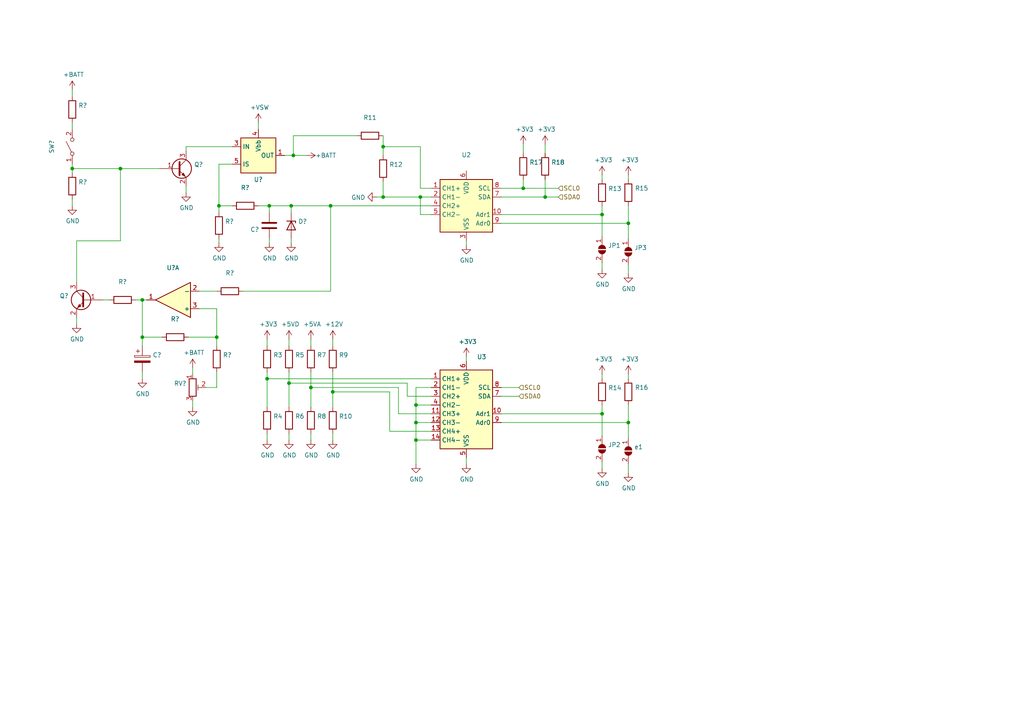
<source format=kicad_sch>
(kicad_sch (version 20211123) (generator eeschema)
  (paper "A4")
  (lib_symbols
    (symbol "Amplifier_Operational:MC33172" (pin_names (offset 0.127))
      (property "Reference" "U" (at 0 5.08 0))
      (property "Value" "MC33172" (at 0 -5.08 0))
      (symbol "MC33172_1_1"
        (polyline (pts (xy -5.08 5.08) (xy 5.08 0) (xy -5.08 -5.08) (xy -5.08 5.08)) (stroke (width 0.254)) (fill (type background)))
        (pin output line (at 7.62 0 180) (length 2.54) (name "~") (number "1"))
        (pin input line (at -7.62 -2.54 0) (length 2.54) (name "-") (number "2"))
        (pin input line (at -7.62 2.54 0) (length 2.54) (name "+") (number "3"))
      )
      (symbol "MC33172_2_1"
        (polyline (pts (xy -5.08 5.08) (xy 5.08 0) (xy -5.08 -5.08) (xy -5.08 5.08)) (stroke (width 0.254)) (fill (type background)))
        (pin input line (at -7.62 2.54 0) (length 2.54) (name "+") (number "5"))
        (pin input line (at -7.62 -2.54 0) (length 2.54) (name "-") (number "6"))
        (pin output line (at 7.62 0 180) (length 2.54) (name "~") (number "7"))
      )
      (symbol "MC33172_3_1"
        (pin power_in line (at -2.54 -7.62 90) (length 3.81) (name "V-") (number "4"))
        (pin power_in line (at -2.54 7.62 270) (length 3.81) (name "V+") (number "8"))
      )
    )
    (symbol "Analog_ADC:MCP3427-xUN"
      (property "Reference" "U" (at -3.81 8.89 0))
      (property "Value" "MCP3427-xUN" (at 2.54 8.89 0))
      (symbol "MCP3427-xUN_0_1"
        (rectangle (start -7.62 7.62) (end 7.62 -7.62) (stroke (width 0.254)) (fill (type background)))
      )
      (symbol "MCP3427-xUN_1_1"
        (pin input line (at -10.16 5.08 0) (length 2.54) (name "CH1+") (number "1"))
        (pin input line (at 10.16 -2.54 180) (length 2.54) (name "Adr1") (number "10"))
        (pin input line (at -10.16 2.54 0) (length 2.54) (name "CH1-") (number "2"))
        (pin power_in line (at 0 -10.16 90) (length 2.54) (name "VSS") (number "3"))
        (pin input line (at -10.16 0 0) (length 2.54) (name "CH2+") (number "4"))
        (pin input line (at -10.16 -2.54 0) (length 2.54) (name "CH2-") (number "5"))
        (pin power_in line (at 0 10.16 270) (length 2.54) (name "VDD") (number "6"))
        (pin bidirectional line (at 10.16 2.54 180) (length 2.54) (name "SDA") (number "7"))
        (pin input line (at 10.16 5.08 180) (length 2.54) (name "SCL") (number "8"))
        (pin input line (at 10.16 -5.08 180) (length 2.54) (name "Adr0") (number "9"))
      )
    )
    (symbol "Analog_ADC:MCP3428"
      (property "Reference" "U" (at -3.81 11.43 0))
      (property "Value" "MCP3428" (at 2.54 11.43 0))
      (symbol "MCP3428_0_1"
        (rectangle (start -7.62 10.16) (end 7.62 -12.7) (stroke (width 0.254)) (fill (type background)))
      )
      (symbol "MCP3428_1_1"
        (pin input line (at -10.16 7.62 0) (length 2.54) (name "CH1+") (number "1"))
        (pin input line (at 10.16 -2.54 180) (length 2.54) (name "Adr1") (number "10"))
        (pin input line (at -10.16 -2.54 0) (length 2.54) (name "CH3+") (number "11"))
        (pin input line (at -10.16 -5.08 0) (length 2.54) (name "CH3-") (number "12"))
        (pin input line (at -10.16 -7.62 0) (length 2.54) (name "CH4+") (number "13"))
        (pin input line (at -10.16 -10.16 0) (length 2.54) (name "CH4-") (number "14"))
        (pin input line (at -10.16 5.08 0) (length 2.54) (name "CH1-") (number "2"))
        (pin input line (at -10.16 2.54 0) (length 2.54) (name "CH2+") (number "3"))
        (pin input line (at -10.16 0 0) (length 2.54) (name "CH2-") (number "4"))
        (pin power_in line (at 0 -15.24 90) (length 2.54) (name "VSS") (number "5"))
        (pin power_in line (at 0 12.7 270) (length 2.54) (name "VDD") (number "6"))
        (pin bidirectional line (at 10.16 2.54 180) (length 2.54) (name "SDA") (number "7"))
        (pin input line (at 10.16 5.08 180) (length 2.54) (name "SCL") (number "8"))
        (pin input line (at 10.16 -5.08 180) (length 2.54) (name "Adr0") (number "9"))
      )
    )
    (symbol "Device:C" (pin_numbers hide) (pin_names (offset 0.254))
      (property "Reference" "C" (at 0.635 2.54 0))
      (property "Value" "C" (at 0.635 -2.54 0))
      (symbol "C_0_1"
        (polyline (pts (xy -2.032 -0.762) (xy 2.032 -0.762)) (stroke (width 0.508)))
        (polyline (pts (xy -2.032 0.762) (xy 2.032 0.762)) (stroke (width 0.508)))
      )
      (symbol "C_1_1"
        (pin passive line (at 0 3.81 270) (length 2.794) (name "~") (number "1"))
        (pin passive line (at 0 -3.81 90) (length 2.794) (name "~") (number "2"))
      )
    )
    (symbol "Device:C_Polarized" (pin_numbers hide) (pin_names (offset 0.254))
      (property "Reference" "C" (at 0.635 2.54 0))
      (property "Value" "C_Polarized" (at 0.635 -2.54 0))
      (symbol "C_Polarized_0_1"
        (rectangle (start -2.286 0.508) (end 2.286 1.016))
        (polyline (pts (xy -1.778 2.286) (xy -0.762 2.286)))
        (polyline (pts (xy -1.27 2.794) (xy -1.27 1.778)))
        (rectangle (start 2.286 -0.508) (end -2.286 -1.016) (fill (type outline)))
      )
      (symbol "C_Polarized_1_1"
        (pin passive line (at 0 3.81 270) (length 2.794) (name "~") (number "1"))
        (pin passive line (at 0 -3.81 90) (length 2.794) (name "~") (number "2"))
      )
    )
    (symbol "Device:D_Zener" (pin_numbers hide) (pin_names (offset 1.016) hide)
      (property "Reference" "D" (at 0 2.54 0))
      (property "Value" "D_Zener" (at 0 -2.54 0))
      (symbol "D_Zener_0_1"
        (polyline (pts (xy 1.27 0) (xy -1.27 0)))
        (polyline (pts (xy -1.27 -1.27) (xy -1.27 1.27) (xy -0.762 1.27)) (stroke (width 0.254)))
        (polyline (pts (xy 1.27 -1.27) (xy 1.27 1.27) (xy -1.27 0) (xy 1.27 -1.27)) (stroke (width 0.254)))
      )
      (symbol "D_Zener_1_1"
        (pin passive line (at -3.81 0 0) (length 2.54) (name "K") (number "1"))
        (pin passive line (at 3.81 0 180) (length 2.54) (name "A") (number "2"))
      )
    )
    (symbol "Device:R" (pin_numbers hide) (pin_names (offset 0))
      (property "Reference" "R" (at 2.032 0 90))
      (property "Value" "R" (at 0 0 90))
      (symbol "R_0_1"
        (rectangle (start -1.016 -2.54) (end 1.016 2.54) (stroke (width 0.254)))
      )
      (symbol "R_1_1"
        (pin passive line (at 0 3.81 270) (length 1.27) (name "~") (number "1"))
        (pin passive line (at 0 -3.81 90) (length 1.27) (name "~") (number "2"))
      )
    )
    (symbol "Device:R_Potentiometer_Trim" (pin_names (offset 1.016) hide)
      (property "Reference" "RV" (at -4.445 0 90))
      (property "Value" "R_Potentiometer_Trim" (at -2.54 0 90))
      (symbol "R_Potentiometer_Trim_0_1"
        (polyline (pts (xy 1.524 0.762) (xy 1.524 -0.762)))
        (polyline (pts (xy 2.54 0) (xy 1.524 0)))
        (rectangle (start 1.016 2.54) (end -1.016 -2.54) (stroke (width 0.254)))
      )
      (symbol "R_Potentiometer_Trim_1_1"
        (pin passive line (at 0 3.81 270) (length 1.27) (name "1") (number "1"))
        (pin passive line (at 3.81 0 180) (length 1.27) (name "2") (number "2"))
        (pin passive line (at 0 -3.81 90) (length 1.27) (name "3") (number "3"))
      )
    )
    (symbol "Jumper:SolderJumper_2_Open" (pin_names (offset 0) hide)
      (property "Reference" "JP" (at 0 2.032 0))
      (property "Value" "SolderJumper_2_Open" (at 0 -2.54 0))
      (symbol "SolderJumper_2_Open_0_1"
        (arc (start -0.254 1.016) (mid -1.27 0) (end -0.254 -1.016))
        (arc (start -0.254 1.016) (mid -1.27 0) (end -0.254 -1.016) (fill (type outline)))
        (polyline (pts (xy -0.254 1.016) (xy -0.254 -1.016)))
        (polyline (pts (xy 0.254 1.016) (xy 0.254 -1.016)))
        (arc (start 0.254 -1.016) (mid 1.27 0) (end 0.254 1.016))
        (arc (start 0.254 -1.016) (mid 1.27 0) (end 0.254 1.016) (fill (type outline)))
      )
      (symbol "SolderJumper_2_Open_1_1"
        (pin passive line (at -3.81 0 0) (length 2.54) (name "A") (number "1"))
        (pin passive line (at 3.81 0 180) (length 2.54) (name "B") (number "2"))
      )
    )
    (symbol "Power_Management:BTS50055-1TMA"
      (property "Reference" "U" (at -5.08 6.35 0))
      (property "Value" "BTS50055-1TMA" (at 8.89 6.35 0))
      (symbol "BTS50055-1TMA_0_1"
        (rectangle (start -5.08 5.08) (end 5.08 -5.08) (stroke (width 0.254)) (fill (type background)))
      )
      (symbol "BTS50055-1TMA_1_1"
        (pin power_out line (at 7.62 0 180) (length 2.54) (name "OUT") (number "1"))
        (pin passive line (at 7.62 0 180) (length 2.54) hide (name "OUT") (number "2"))
        (pin input line (at -7.62 2.54 0) (length 2.54) (name "IN") (number "3"))
        (pin power_in line (at 0 7.62 270) (length 2.54) (name "Vbb") (number "4"))
        (pin output line (at -7.62 -2.54 0) (length 2.54) (name "IS") (number "5"))
        (pin passive line (at 7.62 0 180) (length 2.54) hide (name "OUT") (number "6"))
        (pin passive line (at 7.62 0 180) (length 2.54) hide (name "OUT") (number "7"))
      )
    )
    (symbol "Switch:SW_SPST" (pin_names (offset 0) hide)
      (property "Reference" "SW" (at 0 3.175 0))
      (property "Value" "SW_SPST" (at 0 -2.54 0))
      (symbol "SW_SPST_0_0"
        (circle (center -2.032 0) (radius 0.508))
        (polyline (pts (xy -1.524 0.254) (xy 1.524 1.778)))
        (circle (center 2.032 0) (radius 0.508))
      )
      (symbol "SW_SPST_1_1"
        (pin passive line (at -5.08 0 0) (length 2.54) (name "A") (number "1"))
        (pin passive line (at 5.08 0 180) (length 2.54) (name "B") (number "2"))
      )
    )
    (symbol "Transistor_BJT:BC847" (pin_names (offset 0) hide)
      (property "Reference" "Q" (at 5.08 1.905 0))
      (property "Value" "BC847" (at 5.08 0 0))
      (symbol "BC847_0_1"
        (polyline (pts (xy 0.635 0.635) (xy 2.54 2.54)))
        (polyline (pts (xy 0.635 -0.635) (xy 2.54 -2.54) (xy 2.54 -2.54)))
        (polyline (pts (xy 0.635 1.905) (xy 0.635 -1.905) (xy 0.635 -1.905)) (stroke (width 0.508)))
        (polyline (pts (xy 1.27 -1.778) (xy 1.778 -1.27) (xy 2.286 -2.286) (xy 1.27 -1.778) (xy 1.27 -1.778)) (fill (type outline)))
        (circle (center 1.27 0) (radius 2.8194) (stroke (width 0.254)))
      )
      (symbol "BC847_1_1"
        (pin input line (at -5.08 0 0) (length 5.715) (name "B") (number "1"))
        (pin passive line (at 2.54 -5.08 90) (length 2.54) (name "E") (number "2"))
        (pin passive line (at 2.54 5.08 270) (length 2.54) (name "C") (number "3"))
      )
    )
    (symbol "power:+12V" (power) (pin_names (offset 0))
      (property "Value" "+12V" (at 0 3.556 0))
      (symbol "+12V_0_1"
        (polyline (pts (xy -0.762 1.27) (xy 0 2.54)))
        (polyline (pts (xy 0 0) (xy 0 2.54)))
        (polyline (pts (xy 0 2.54) (xy 0.762 1.27)))
      )
      (symbol "+12V_1_1"
        (pin power_in line (at 0 0 90) (length 0) hide (name "+12V") (number "1"))
      )
    )
    (symbol "power:+3.3V" (power) (pin_names (offset 0))
      (property "Value" "+3.3V" (at 0 3.556 0))
      (symbol "+3.3V_0_1"
        (polyline (pts (xy -0.762 1.27) (xy 0 2.54)))
        (polyline (pts (xy 0 0) (xy 0 2.54)))
        (polyline (pts (xy 0 2.54) (xy 0.762 1.27)))
      )
      (symbol "+3.3V_1_1"
        (pin power_in line (at 0 0 90) (length 0) hide (name "+3V3") (number "1"))
      )
    )
    (symbol "power:+5VA" (power) (pin_names (offset 0))
      (property "Value" "+5VA" (at 0 3.556 0))
      (symbol "+5VA_0_1"
        (polyline (pts (xy -0.762 1.27) (xy 0 2.54)))
        (polyline (pts (xy 0 0) (xy 0 2.54)))
        (polyline (pts (xy 0 2.54) (xy 0.762 1.27)))
      )
      (symbol "+5VA_1_1"
        (pin power_in line (at 0 0 90) (length 0) hide (name "+5VA") (number "1"))
      )
    )
    (symbol "power:+5VD" (power) (pin_names (offset 0))
      (property "Value" "+5VD" (at 0 3.556 0))
      (symbol "+5VD_0_1"
        (polyline (pts (xy -0.762 1.27) (xy 0 2.54)))
        (polyline (pts (xy 0 0) (xy 0 2.54)))
        (polyline (pts (xy 0 2.54) (xy 0.762 1.27)))
      )
      (symbol "+5VD_1_1"
        (pin power_in line (at 0 0 90) (length 0) hide (name "+5VD") (number "1"))
      )
    )
    (symbol "power:+BATT" (power) (pin_names (offset 0))
      (property "Value" "+BATT" (at 0 3.556 0))
      (symbol "+BATT_0_1"
        (polyline (pts (xy -0.762 1.27) (xy 0 2.54)))
        (polyline (pts (xy 0 0) (xy 0 2.54)))
        (polyline (pts (xy 0 2.54) (xy 0.762 1.27)))
      )
      (symbol "+BATT_1_1"
        (pin power_in line (at 0 0 90) (length 0) hide (name "+BATT") (number "1"))
      )
    )
    (symbol "power:+VSW" (power) (pin_names (offset 0))
      (property "Value" "+VSW" (at 0 3.556 0))
      (symbol "+VSW_0_1"
        (polyline (pts (xy -0.762 1.27) (xy 0 2.54)))
        (polyline (pts (xy 0 0) (xy 0 2.54)))
        (polyline (pts (xy 0 2.54) (xy 0.762 1.27)))
      )
      (symbol "+VSW_1_1"
        (pin power_in line (at 0 0 90) (length 0) hide (name "+VSW") (number "1"))
      )
    )
    (symbol "power:GND" (power) (pin_names (offset 0))
      (property "Value" "GND" (at 0 -3.81 0))
      (symbol "GND_0_1"
        (polyline (pts (xy 0 0) (xy 0 -1.27) (xy 1.27 -1.27) (xy 0 -2.54) (xy -1.27 -1.27) (xy 0 -1.27)))
      )
      (symbol "GND_1_1"
        (pin power_in line (at 0 0 270) (length 0) hide (name "GND") (number "1"))
      )
    )
  )
  (junction (at 182.245 64.77))
  (junction (at 62.865 97.79))
  (junction (at 151.765 54.61))
  (junction (at 111.125 57.15))
  (junction (at 63.5 59.69))
  (junction (at 90.17 112.395))
  (junction (at 77.47 109.855))
  (junction (at 111.125 42.545))
  (junction (at 174.625 120.015))
  (junction (at 78.105 59.69))
  (junction (at 174.625 62.23))
  (junction (at 34.925 48.895))
  (junction (at 120.65 127.635))
  (junction (at 83.82 111.125))
  (junction (at 85.09 45.085))
  (junction (at 41.275 97.79))
  (junction (at 182.245 122.555))
  (junction (at 120.65 122.555))
  (junction (at 158.115 57.15))
  (junction (at 41.275 86.995))
  (junction (at 120.65 117.475))
  (junction (at 121.92 57.15))
  (junction (at 96.52 113.665))
  (junction (at 95.885 59.69))
  (junction (at 84.455 59.69))
  (junction (at 20.955 48.895))
  (wire (pts (xy 83.82 111.125) (xy 83.82 107.95)))
  (wire (pts (xy 158.115 57.15) (xy 158.115 52.07)))
  (wire (pts (xy 59.69 112.395) (xy 62.865 112.395)))
  (wire (pts (xy 78.105 61.595) (xy 78.105 59.69)))
  (wire (pts (xy 145.415 62.23) (xy 174.625 62.23)))
  (wire (pts (xy 74.93 59.69) (xy 78.105 59.69)))
  (wire (pts (xy 34.925 69.85) (xy 34.925 48.895)))
  (wire (pts (xy 111.125 42.545) (xy 121.92 42.545)))
  (wire (pts (xy 85.09 45.085) (xy 85.09 39.37)))
  (wire (pts (xy 90.17 112.395) (xy 90.17 118.11)))
  (wire (pts (xy 20.955 57.785) (xy 20.955 59.69)))
  (wire (pts (xy 63.5 69.215) (xy 63.5 70.485)))
  (wire (pts (xy 84.455 69.215) (xy 84.455 70.485)))
  (wire (pts (xy 41.275 97.79) (xy 41.275 86.995)))
  (wire (pts (xy 63.5 47.625) (xy 63.5 59.69)))
  (wire (pts (xy 90.17 125.73) (xy 90.17 127.635)))
  (wire (pts (xy 174.625 120.015) (xy 174.625 126.365)))
  (wire (pts (xy 151.765 44.45) (xy 151.765 41.91)))
  (wire (pts (xy 90.17 98.425) (xy 90.17 100.33)))
  (wire (pts (xy 96.52 98.425) (xy 96.52 100.33)))
  (wire (pts (xy 182.245 122.555) (xy 182.245 127)))
  (wire (pts (xy 145.415 57.15) (xy 158.115 57.15)))
  (wire (pts (xy 145.415 122.555) (xy 182.245 122.555)))
  (wire (pts (xy 182.245 109.855) (xy 182.245 108.585)))
  (wire (pts (xy 67.31 47.625) (xy 63.5 47.625)))
  (wire (pts (xy 174.625 109.855) (xy 174.625 108.585)))
  (wire (pts (xy 135.255 103.505) (xy 135.255 104.775)))
  (wire (pts (xy 77.47 109.855) (xy 77.47 118.11)))
  (wire (pts (xy 53.975 53.975) (xy 53.975 55.88)))
  (wire (pts (xy 125.095 122.555) (xy 120.65 122.555)))
  (wire (pts (xy 174.625 62.23) (xy 174.625 68.58)))
  (wire (pts (xy 125.095 120.015) (xy 115.57 120.015)))
  (wire (pts (xy 113.03 125.095) (xy 113.03 113.665)))
  (wire (pts (xy 174.625 59.69) (xy 174.625 62.23)))
  (wire (pts (xy 121.92 57.15) (xy 125.095 57.15)))
  (wire (pts (xy 57.785 89.535) (xy 62.865 89.535)))
  (wire (pts (xy 120.65 122.555) (xy 120.65 127.635)))
  (wire (pts (xy 55.88 116.205) (xy 55.88 118.11)))
  (wire (pts (xy 158.115 44.45) (xy 158.115 41.91)))
  (wire (pts (xy 115.57 120.015) (xy 115.57 112.395)))
  (wire (pts (xy 182.245 76.835) (xy 182.245 79.375)))
  (wire (pts (xy 182.245 117.475) (xy 182.245 122.555)))
  (wire (pts (xy 53.975 42.545) (xy 67.31 42.545)))
  (wire (pts (xy 29.845 86.995) (xy 31.75 86.995)))
  (wire (pts (xy 83.82 98.425) (xy 83.82 100.33)))
  (wire (pts (xy 41.275 97.79) (xy 41.275 100.33)))
  (wire (pts (xy 145.415 114.935) (xy 150.495 114.935)))
  (wire (pts (xy 118.11 114.935) (xy 118.11 111.125)))
  (wire (pts (xy 182.245 52.07) (xy 182.245 50.8)))
  (wire (pts (xy 41.275 86.995) (xy 42.545 86.995)))
  (wire (pts (xy 158.115 57.15) (xy 161.925 57.15)))
  (wire (pts (xy 39.37 86.995) (xy 41.275 86.995)))
  (wire (pts (xy 83.82 111.125) (xy 83.82 118.11)))
  (wire (pts (xy 20.955 47.625) (xy 20.955 48.895)))
  (wire (pts (xy 82.55 45.085) (xy 85.09 45.085)))
  (wire (pts (xy 121.92 62.23) (xy 121.92 57.15)))
  (wire (pts (xy 125.095 109.855) (xy 77.47 109.855)))
  (wire (pts (xy 125.095 125.095) (xy 113.03 125.095)))
  (wire (pts (xy 121.92 54.61) (xy 125.095 54.61)))
  (wire (pts (xy 111.125 52.705) (xy 111.125 57.15)))
  (wire (pts (xy 125.095 117.475) (xy 120.65 117.475)))
  (wire (pts (xy 63.5 59.69) (xy 63.5 61.595)))
  (wire (pts (xy 182.245 59.69) (xy 182.245 64.77)))
  (wire (pts (xy 182.245 64.77) (xy 182.245 69.215)))
  (wire (pts (xy 22.225 92.075) (xy 22.225 93.98)))
  (wire (pts (xy 20.955 48.895) (xy 20.955 50.165)))
  (wire (pts (xy 34.925 48.895) (xy 46.355 48.895)))
  (wire (pts (xy 22.225 69.85) (xy 34.925 69.85)))
  (wire (pts (xy 83.82 125.73) (xy 83.82 127.635)))
  (wire (pts (xy 77.47 109.855) (xy 77.47 107.95)))
  (wire (pts (xy 90.17 112.395) (xy 90.17 107.95)))
  (wire (pts (xy 174.625 52.07) (xy 174.625 50.8)))
  (wire (pts (xy 121.92 42.545) (xy 121.92 54.61)))
  (wire (pts (xy 85.09 39.37) (xy 103.505 39.37)))
  (wire (pts (xy 77.47 125.73) (xy 77.47 127.635)))
  (wire (pts (xy 182.245 134.62) (xy 182.245 137.16)))
  (wire (pts (xy 145.415 54.61) (xy 151.765 54.61)))
  (wire (pts (xy 77.47 98.425) (xy 77.47 100.33)))
  (wire (pts (xy 78.105 59.69) (xy 84.455 59.69)))
  (wire (pts (xy 174.625 133.985) (xy 174.625 135.89)))
  (wire (pts (xy 95.885 84.455) (xy 95.885 59.69)))
  (wire (pts (xy 20.955 48.895) (xy 34.925 48.895)))
  (wire (pts (xy 111.125 39.37) (xy 111.125 42.545)))
  (wire (pts (xy 54.61 97.79) (xy 62.865 97.79)))
  (wire (pts (xy 20.955 26.035) (xy 20.955 27.94)))
  (wire (pts (xy 125.095 114.935) (xy 118.11 114.935)))
  (wire (pts (xy 113.03 113.665) (xy 96.52 113.665)))
  (wire (pts (xy 53.975 42.545) (xy 53.975 43.815)))
  (wire (pts (xy 174.625 117.475) (xy 174.625 120.015)))
  (wire (pts (xy 145.415 120.015) (xy 174.625 120.015)))
  (wire (pts (xy 125.095 127.635) (xy 120.65 127.635)))
  (wire (pts (xy 62.865 107.95) (xy 62.865 112.395)))
  (wire (pts (xy 111.125 42.545) (xy 111.125 45.085)))
  (wire (pts (xy 84.455 59.69) (xy 95.885 59.69)))
  (wire (pts (xy 70.485 84.455) (xy 95.885 84.455)))
  (wire (pts (xy 57.785 84.455) (xy 62.865 84.455)))
  (wire (pts (xy 145.415 112.395) (xy 150.495 112.395)))
  (wire (pts (xy 145.415 64.77) (xy 182.245 64.77)))
  (wire (pts (xy 118.11 111.125) (xy 83.82 111.125)))
  (wire (pts (xy 96.52 113.665) (xy 96.52 118.11)))
  (wire (pts (xy 96.52 125.73) (xy 96.52 127.635)))
  (wire (pts (xy 135.255 69.85) (xy 135.255 71.12)))
  (wire (pts (xy 41.275 107.95) (xy 41.275 109.855)))
  (wire (pts (xy 55.88 106.68) (xy 55.88 108.585)))
  (wire (pts (xy 85.09 45.085) (xy 88.9 45.085)))
  (wire (pts (xy 111.125 57.15) (xy 121.92 57.15)))
  (wire (pts (xy 151.765 54.61) (xy 151.765 52.07)))
  (wire (pts (xy 174.625 76.2) (xy 174.625 78.105)))
  (wire (pts (xy 120.65 117.475) (xy 120.65 122.555)))
  (wire (pts (xy 78.105 69.215) (xy 78.105 70.485)))
  (wire (pts (xy 62.865 89.535) (xy 62.865 97.79)))
  (wire (pts (xy 84.455 59.69) (xy 84.455 61.595)))
  (wire (pts (xy 125.095 62.23) (xy 121.92 62.23)))
  (wire (pts (xy 74.93 35.56) (xy 74.93 37.465)))
  (wire (pts (xy 120.65 112.395) (xy 120.65 117.475)))
  (wire (pts (xy 63.5 59.69) (xy 67.31 59.69)))
  (wire (pts (xy 120.65 127.635) (xy 120.65 134.62)))
  (wire (pts (xy 62.865 97.79) (xy 62.865 100.33)))
  (wire (pts (xy 46.99 97.79) (xy 41.275 97.79)))
  (wire (pts (xy 151.765 54.61) (xy 161.925 54.61)))
  (wire (pts (xy 115.57 112.395) (xy 90.17 112.395)))
  (wire (pts (xy 135.255 132.715) (xy 135.255 134.62)))
  (wire (pts (xy 95.885 59.69) (xy 125.095 59.69)))
  (wire (pts (xy 125.095 112.395) (xy 120.65 112.395)))
  (wire (pts (xy 20.955 35.56) (xy 20.955 37.465)))
  (wire (pts (xy 22.225 81.915) (xy 22.225 69.85)))
  (wire (pts (xy 111.125 57.15) (xy 109.22 57.15)))
  (wire (pts (xy 96.52 113.665) (xy 96.52 107.95)))
  (hierarchical_label "SDA0" (shape input) (at 161.925 57.15 0))
  (hierarchical_label "SCL0" (shape input) (at 150.495 112.395 0))
  (hierarchical_label "SCL0" (shape input) (at 161.925 54.61 0))
  (hierarchical_label "SDA0" (shape input) (at 150.495 114.935 0))
  (symbol (lib_id "Device:R") (at 151.765 48.26 0) (unit 1)
    (property "Reference" "R17" (at 153.543 47.0916 0) (effects (justify left)))
  )
  (symbol (lib_id "Device:R") (at 158.115 48.26 0) (unit 1)
    (property "Reference" "R18" (at 159.893 47.0916 0) (effects (justify left)))
  )
  (symbol (lib_id "power:+3.3V") (at 151.765 41.91 0) (unit 1)
    (property "Reference" "#PWR0220" (effects hide))
  )
  (symbol (lib_id "power:+3.3V") (at 158.115 41.91 0) (unit 1)
    (property "Reference" "#PWR0221" (effects hide))
  )
  (symbol (lib_id "power:+BATT") (at 88.9 45.085 270) (unit 1)
    (property "Reference" "#PWR?" (effects hide))
  )
  (symbol (lib_id "Switch:SW_SPST") (at 20.955 42.545 90) (unit 1)
    (property "Reference" "SW?" (at 14.986 42.545 0))
  )
  (symbol (lib_id "Power_Management:BTS50055-1TMA") (at 74.93 45.085 0) (unit 1)
    (property "Reference" "U?" (at 74.93 52.07 0))
    (property "Datasheet" "http://www.infineon.com/dgdl/Infineon-BTS50055-1TMA-DS-v01_00-EN.pdf?fileId=5546d4625a888733015aa9b00de935ed" (effects hide))
  )
  (symbol (lib_id "power:+VSW") (at 74.93 35.56 0) (unit 1)
    (property "Reference" "#PWR?" (effects hide))
  )
  (symbol (lib_id "power:GND") (at 20.955 59.69 0) (unit 1)
    (property "Reference" "#PWR?" (effects hide))
  )
  (symbol (lib_id "Device:R") (at 63.5 65.405 0) (unit 1)
    (property "Reference" "R?" (at 65.278 64.2366 0) (effects (justify left)))
  )
  (symbol (lib_id "Device:R") (at 71.12 59.69 270) (unit 1)
    (property "Reference" "R?" (at 71.12 54.4322 90))
  )
  (symbol (lib_id "Device:D_Zener") (at 84.455 65.405 270) (unit 1)
    (property "Reference" "D?" (at 86.487 64.2366 90) (effects (justify left)))
  )
  (symbol (lib_id "Device:C") (at 78.105 65.405 180) (unit 1)
    (property "Reference" "C?" (at 75.184 66.5734 0) (effects (justify left)))
  )
  (symbol (lib_id "power:GND") (at 63.5 70.485 0) (unit 1)
    (property "Reference" "#PWR?" (effects hide))
  )
  (symbol (lib_id "power:GND") (at 78.105 70.485 0) (unit 1)
    (property "Reference" "#PWR?" (effects hide))
  )
  (symbol (lib_id "power:GND") (at 84.455 70.485 0) (unit 1)
    (property "Reference" "#PWR?" (effects hide))
  )
  (symbol (lib_id "Analog_ADC:MCP3428") (at 135.255 117.475 0) (unit 1)
    (property "Reference" "U3" (at 139.7 103.505 0))
    (property "Datasheet" "http://ww1.microchip.com/downloads/en/DeviceDoc/22226a.pdf" (effects hide))
  )
  (symbol (lib_id "Device:R") (at 182.245 113.665 0) (unit 1)
    (property "Reference" "R16" (at 184.15 112.395 0) (effects (justify left)))
  )
  (symbol (lib_id "Device:R") (at 174.625 113.665 0) (unit 1)
    (property "Reference" "R14" (at 176.403 112.4966 0) (effects (justify left)))
  )
  (symbol (lib_id "power:+3.3V") (at 135.255 103.505 0) (unit 1)
    (property "Reference" "#PWR0199" (effects hide))
  )
  (symbol (lib_id "power:GND") (at 135.255 134.62 0) (unit 1)
    (property "Reference" "#PWR0200" (effects hide))
  )
  (symbol (lib_id "power:+3.3V") (at 174.625 108.585 0) (unit 1)
    (property "Reference" "#PWR0201" (effects hide))
  )
  (symbol (lib_id "power:+3.3V") (at 182.245 108.585 0) (unit 1)
    (property "Reference" "#PWR0202" (effects hide))
  )
  (symbol (lib_id "power:GND") (at 182.245 137.16 0) (unit 1)
    (property "Reference" "#PWR0203" (effects hide))
  )
  (symbol (lib_id "power:GND") (at 174.625 135.89 0) (unit 1)
    (property "Reference" "#PWR0204" (effects hide))
  )
  (symbol (lib_id "power:GND") (at 120.65 134.62 0) (unit 1)
    (property "Reference" "#PWR0205" (effects hide))
  )
  (symbol (lib_id "Device:R") (at 96.52 104.14 0) (unit 1)
    (property "Reference" "R9" (at 98.298 102.9716 0) (effects (justify left)))
  )
  (symbol (lib_id "Device:R") (at 96.52 121.92 0) (unit 1)
    (property "Reference" "R10" (at 98.298 120.7516 0) (effects (justify left)))
  )
  (symbol (lib_id "Device:R") (at 90.17 104.14 0) (unit 1)
    (property "Reference" "R7" (at 91.948 102.9716 0) (effects (justify left)))
  )
  (symbol (lib_id "Device:R") (at 90.17 121.92 0) (unit 1)
    (property "Reference" "R8" (at 91.948 120.7516 0) (effects (justify left)))
  )
  (symbol (lib_id "Device:R") (at 83.82 104.14 0) (unit 1)
    (property "Reference" "R5" (at 85.598 102.9716 0) (effects (justify left)))
  )
  (symbol (lib_id "Device:R") (at 83.82 121.92 0) (unit 1)
    (property "Reference" "R6" (at 85.598 120.7516 0) (effects (justify left)))
  )
  (symbol (lib_id "Device:R") (at 77.47 104.14 0) (unit 1)
    (property "Reference" "R3" (at 79.248 102.9716 0) (effects (justify left)))
  )
  (symbol (lib_id "Device:R") (at 77.47 121.92 0) (unit 1)
    (property "Reference" "R4" (at 79.248 120.7516 0) (effects (justify left)))
  )
  (symbol (lib_id "Analog_ADC:MCP3427-xUN") (at 135.255 59.69 0) (unit 1)
    (property "Reference" "U2" (at 135.255 44.9326 0))
    (property "Datasheet" "http://ww1.microchip.com/downloads/en/DeviceDoc/22226a.pdf" (effects hide))
  )
  (symbol (lib_id "Device:R") (at 111.125 48.895 0) (unit 1)
    (property "Reference" "R12" (at 112.903 47.7266 0) (effects (justify left)))
  )
  (symbol (lib_id "Device:R") (at 107.315 39.37 270) (unit 1)
    (property "Reference" "R11" (at 107.315 34.1122 90))
  )
  (symbol (lib_id "power:GND") (at 109.22 57.15 270) (unit 1)
    (property "Reference" "#PWR0206" (effects hide))
  )
  (symbol (lib_id "power:GND") (at 135.255 71.12 0) (unit 1)
    (property "Reference" "#PWR0207" (effects hide))
  )
  (symbol (lib_id "Jumper:SolderJumper_2_Open") (at 182.245 130.81 270) (unit 1)
    (property "Reference" "e1" (at 183.9722 129.6416 90) (effects (justify left)))
  )
  (symbol (lib_id "Jumper:SolderJumper_2_Open") (at 174.625 130.175 270) (unit 1)
    (property "Reference" "JP2" (at 176.3522 129.0066 90) (effects (justify left)))
  )
  (symbol (lib_id "Device:R") (at 182.245 55.88 0) (unit 1)
    (property "Reference" "R15" (at 184.15 54.61 0) (effects (justify left)))
  )
  (symbol (lib_id "Device:R") (at 174.625 55.88 0) (unit 1)
    (property "Reference" "R13" (at 176.403 54.7116 0) (effects (justify left)))
  )
  (symbol (lib_id "power:+3.3V") (at 174.625 50.8 0) (unit 1)
    (property "Reference" "#PWR0208" (effects hide))
  )
  (symbol (lib_id "power:+3.3V") (at 182.245 50.8 0) (unit 1)
    (property "Reference" "#PWR0209" (effects hide))
  )
  (symbol (lib_id "power:GND") (at 182.245 79.375 0) (unit 1)
    (property "Reference" "#PWR0210" (effects hide))
  )
  (symbol (lib_id "power:GND") (at 174.625 78.105 0) (unit 1)
    (property "Reference" "#PWR0211" (effects hide))
  )
  (symbol (lib_id "Jumper:SolderJumper_2_Open") (at 182.245 73.025 270) (unit 1)
    (property "Reference" "JP3" (at 183.9722 71.8566 90) (effects (justify left)))
  )
  (symbol (lib_id "Jumper:SolderJumper_2_Open") (at 174.625 72.39 270) (unit 1)
    (property "Reference" "JP1" (at 176.3522 71.2216 90) (effects (justify left)))
  )
  (symbol (lib_id "power:GND") (at 77.47 127.635 0) (unit 1)
    (property "Reference" "#PWR0212" (effects hide))
  )
  (symbol (lib_id "power:GND") (at 83.82 127.635 0) (unit 1)
    (property "Reference" "#PWR0213" (effects hide))
  )
  (symbol (lib_id "power:GND") (at 90.17 127.635 0) (unit 1)
    (property "Reference" "#PWR0214" (effects hide))
  )
  (symbol (lib_id "power:GND") (at 96.52 127.635 0) (unit 1)
    (property "Reference" "#PWR0215" (effects hide))
  )
  (symbol (lib_id "power:+3.3V") (at 77.47 98.425 0) (unit 1)
    (property "Reference" "#PWR0216" (effects hide))
  )
  (symbol (lib_id "power:+5VD") (at 83.82 98.425 0) (unit 1)
    (property "Reference" "#PWR0217" (effects hide))
  )
  (symbol (lib_id "power:+5VA") (at 90.17 98.425 0) (unit 1)
    (property "Reference" "#PWR0218" (effects hide))
  )
  (symbol (lib_id "power:+12V") (at 96.52 98.425 0) (unit 1)
    (property "Reference" "#PWR0219" (effects hide))
  )
  (symbol (lib_id "Transistor_BJT:BC847") (at 51.435 48.895 0) (unit 1)
    (property "Reference" "Q?" (at 56.2864 47.7266 0) (effects (justify left)))
    (property "Datasheet" "http://www.infineon.com/dgdl/Infineon-BC847SERIES_BC848SERIES_BC849SERIES_BC850SERIES-DS-v01_01-en.pdf?fileId=db3a304314dca389011541d4630a1657" (effects hide))
  )
  (symbol (lib_id "Device:R") (at 20.955 31.75 0) (unit 1)
    (property "Reference" "R?" (at 22.733 30.5816 0) (effects (justify left)))
  )
  (symbol (lib_id "Device:R") (at 20.955 53.975 0) (unit 1)
    (property "Reference" "R?" (at 22.733 52.8066 0) (effects (justify left)))
  )
  (symbol (lib_id "power:GND") (at 53.975 55.88 0) (unit 1)
    (property "Reference" "#PWR?" (effects hide))
  )
  (symbol (lib_id "power:+BATT") (at 20.955 26.035 0) (unit 1)
    (property "Reference" "#PWR?" (effects hide))
  )
  (symbol (lib_id "Amplifier_Operational:MC33172") (at 50.165 86.995 180) (unit 1)
    (property "Reference" "U?" (at 50.165 77.6732 0))
    (property "Datasheet" "http://www.onsemi.com/pub/Collateral/MC33171-D.PDF" (effects hide))
  )
  (symbol (lib_id "Transistor_BJT:BC847") (at 24.765 86.995 0) (mirror y) (unit 1)
    (property "Reference" "Q?" (at 19.9136 85.8266 0) (effects (justify left)))
    (property "Datasheet" "http://www.infineon.com/dgdl/Infineon-BC847SERIES_BC848SERIES_BC849SERIES_BC850SERIES-DS-v01_01-en.pdf?fileId=db3a304314dca389011541d4630a1657" (effects hide))
  )
  (symbol (lib_id "Device:R") (at 35.56 86.995 270) (unit 1)
    (property "Reference" "R?" (at 35.56 81.7372 90))
  )
  (symbol (lib_id "Device:R") (at 50.8 97.79 270) (unit 1)
    (property "Reference" "R?" (at 50.8 92.5322 90))
  )
  (symbol (lib_id "Device:R") (at 66.675 84.455 270) (unit 1)
    (property "Reference" "R?" (at 66.675 79.1972 90))
  )
  (symbol (lib_id "Device:R_Potentiometer_Trim") (at 55.88 112.395 0) (unit 1)
    (property "Reference" "RV?" (at 54.1274 111.2266 0) (effects (justify right)))
  )
  (symbol (lib_id "power:+BATT") (at 55.88 106.68 0) (unit 1)
    (property "Reference" "#PWR?" (effects hide))
  )
  (symbol (lib_id "power:GND") (at 55.88 118.11 0) (unit 1)
    (property "Reference" "#PWR?" (effects hide))
  )
  (symbol (lib_id "Device:R") (at 62.865 104.14 0) (unit 1)
    (property "Reference" "R?" (at 64.643 102.9716 0) (effects (justify left)))
  )
  (symbol (lib_id "power:GND") (at 22.225 93.98 0) (unit 1)
    (property "Reference" "#PWR?" (effects hide))
  )
  (symbol (lib_id "power:GND") (at 41.275 109.855 0) (unit 1)
    (property "Reference" "#PWR?" (effects hide))
  )
  (symbol (lib_id "Device:C_Polarized") (at 41.275 104.14 0) (unit 1)
    (property "Reference" "C?" (at 44.2722 102.9716 0) (effects (justify left)))
  )
)
</source>
